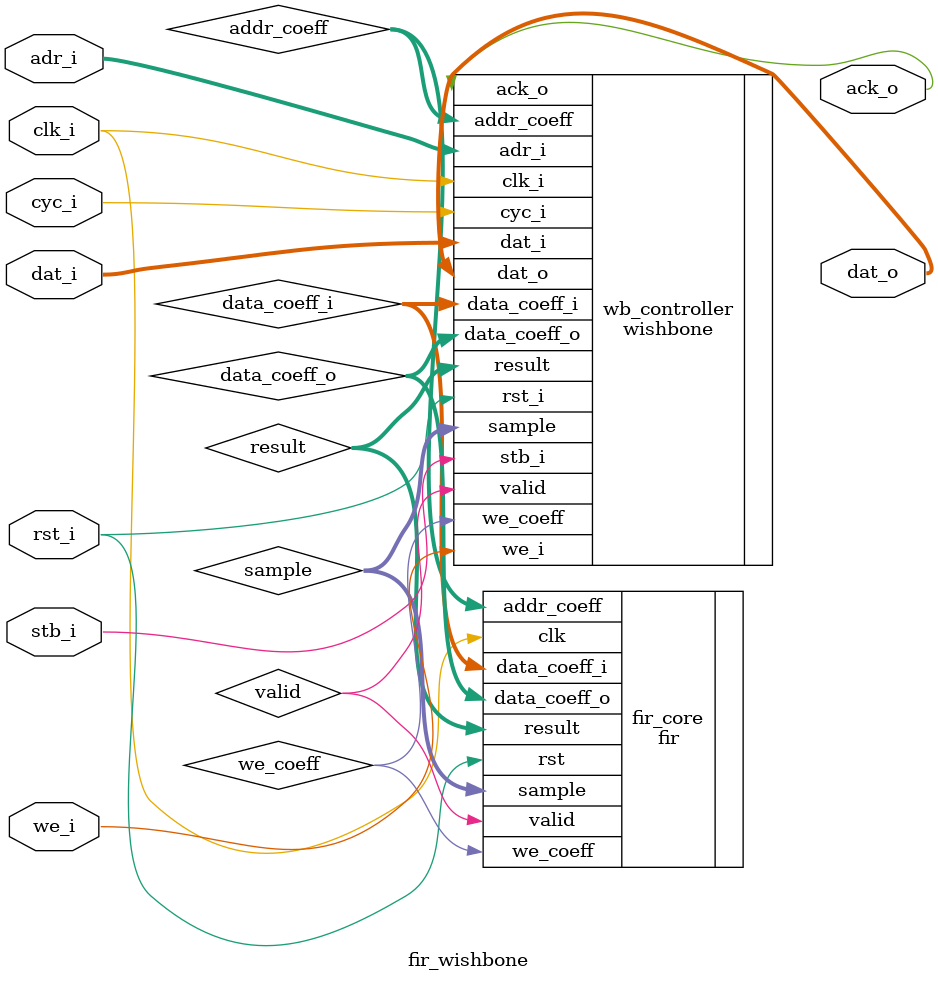
<source format=v>
module fir_wishbone #(parameter N=16, DATA_WIDTH=16) (
    input wire clk_i,
    input wire rst_i,
    input wire [3:0] adr_i,
    input wire [DATA_WIDTH-1:0] dat_i,
    output wire [DATA_WIDTH-1:0] dat_o,
    input wire we_i,
    input wire stb_i,
    input wire cyc_i,
    output wire ack_o
);

// Tín hiệu kết nối
wire we_coeff;
wire [3:0] addr_coeff;
wire [DATA_WIDTH-1:0] data_coeff_i;
wire [DATA_WIDTH-1:0] data_coeff_o;
wire valid;
wire [DATA_WIDTH-1:0] sample;
wire [DATA_WIDTH-1:0] result;

// Wishbone controller
wishbone wb_controller (
    .clk_i(clk_i),
    .rst_i(rst_i),
    .adr_i(adr_i),
    .dat_i(dat_i),
    .dat_o(dat_o),
    .we_i(we_i),
    .stb_i(stb_i),
    .cyc_i(cyc_i),
    .ack_o(ack_o),
    .we_coeff(we_coeff),
    .addr_coeff(addr_coeff),
    .data_coeff_i(data_coeff_i),
    .data_coeff_o(data_coeff_o),
    .valid(valid),
    .sample(sample),
    .result(result)
);

// FIR core
fir fir_core (
    .clk(clk_i),
    .rst(rst_i),
    .valid(valid),
    .sample(sample),
    .result(result),
    .we_coeff(we_coeff),
    .addr_coeff(addr_coeff),
    .data_coeff_i(data_coeff_i),
    .data_coeff_o(data_coeff_o)
);

endmodule

</source>
